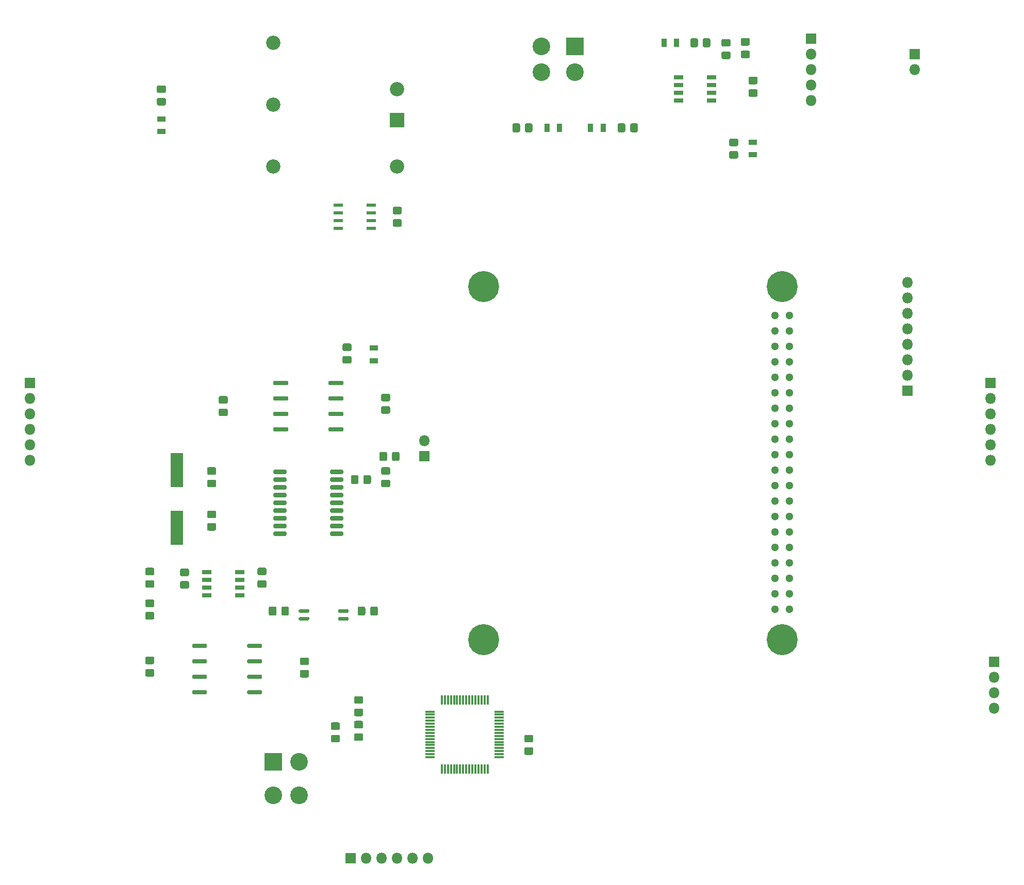
<source format=gbr>
%TF.GenerationSoftware,KiCad,Pcbnew,(5.1.6)-1*%
%TF.CreationDate,2021-02-09T18:52:38-05:00*%
%TF.ProjectId,Logic,4c6f6769-632e-46b6-9963-61645f706362,rev?*%
%TF.SameCoordinates,Original*%
%TF.FileFunction,Soldermask,Top*%
%TF.FilePolarity,Negative*%
%FSLAX46Y46*%
G04 Gerber Fmt 4.6, Leading zero omitted, Abs format (unit mm)*
G04 Created by KiCad (PCBNEW (5.1.6)-1) date 2021-02-09 18:52:38*
%MOMM*%
%LPD*%
G01*
G04 APERTURE LIST*
%ADD10R,1.570000X0.400000*%
%ADD11R,0.400000X1.570000*%
%ADD12C,1.300000*%
%ADD13C,5.100000*%
%ADD14R,1.649400X0.658800*%
%ADD15R,0.963600X1.344600*%
%ADD16R,1.344600X0.963600*%
%ADD17C,2.900000*%
%ADD18R,2.900000X2.900000*%
%ADD19R,1.800000X1.800000*%
%ADD20O,1.800000X1.800000*%
%ADD21R,2.350000X2.350000*%
%ADD22C,2.350000*%
%ADD23R,1.560500X0.633400*%
%ADD24R,1.560500X0.658800*%
%ADD25R,2.100000X5.600000*%
G04 APERTURE END LIST*
D10*
%TO.C,U3*%
X162250001Y-122560001D03*
X162250001Y-123060001D03*
X162250001Y-123560001D03*
X162250001Y-124060001D03*
X162250001Y-124560001D03*
X162250001Y-125060001D03*
X162250001Y-125560001D03*
X162250001Y-126060001D03*
X162250001Y-126560001D03*
X162250001Y-127060001D03*
X162250001Y-127560001D03*
X162250001Y-128060001D03*
X162250001Y-128560001D03*
X162250001Y-129060001D03*
X162250001Y-129560001D03*
X162250001Y-130060001D03*
D11*
X164170001Y-131980001D03*
X164670001Y-131980001D03*
X165170001Y-131980001D03*
X165670001Y-131980001D03*
X166170001Y-131980001D03*
X166670001Y-131980001D03*
X167170001Y-131980001D03*
X167670001Y-131980001D03*
X168170001Y-131980001D03*
X168670001Y-131980001D03*
X169170001Y-131980001D03*
X169670001Y-131980001D03*
X170170001Y-131980001D03*
X170670001Y-131980001D03*
X171170001Y-131980001D03*
X171670001Y-131980001D03*
D10*
X173590001Y-130060001D03*
X173590001Y-129560001D03*
X173590001Y-129060001D03*
X173590001Y-128560001D03*
X173590001Y-128060001D03*
X173590001Y-127560001D03*
X173590001Y-127060001D03*
X173590001Y-126560001D03*
X173590001Y-126060001D03*
X173590001Y-125560001D03*
X173590001Y-125060001D03*
X173590001Y-124560001D03*
X173590001Y-124060001D03*
X173590001Y-123560001D03*
X173590001Y-123060001D03*
X173590001Y-122560001D03*
D11*
X171670001Y-120640001D03*
X171170001Y-120640001D03*
X170670001Y-120640001D03*
X170170001Y-120640001D03*
X169670001Y-120640001D03*
X169170001Y-120640001D03*
X168670001Y-120640001D03*
X168170001Y-120640001D03*
X167670001Y-120640001D03*
X167170001Y-120640001D03*
X166670001Y-120640001D03*
X166170001Y-120640001D03*
X165670001Y-120640001D03*
X165170001Y-120640001D03*
X164670001Y-120640001D03*
X164170001Y-120640001D03*
%TD*%
D12*
%TO.C,U6*%
X221269200Y-67675200D03*
X221269200Y-77835200D03*
X218907200Y-82915200D03*
X218907200Y-57515200D03*
X218907200Y-60055200D03*
X221269200Y-72755200D03*
X221269200Y-70215200D03*
X218907200Y-77835200D03*
X221269200Y-80375200D03*
X218907200Y-80375200D03*
X221269200Y-82915200D03*
X221269200Y-57515200D03*
X218907200Y-70215200D03*
X218907200Y-62595200D03*
X221269200Y-85455200D03*
X218907200Y-72755200D03*
X221269200Y-60055200D03*
X221269200Y-65135200D03*
X218907200Y-65135200D03*
X221269200Y-75295200D03*
X218907200Y-67675200D03*
X221269200Y-62595200D03*
X218907200Y-75295200D03*
X218907200Y-93075200D03*
D13*
X171047200Y-110763200D03*
D12*
X221269200Y-105775200D03*
X221269200Y-103235200D03*
X218907200Y-105775200D03*
X218907200Y-90535200D03*
X218907200Y-95615200D03*
X221269200Y-90535200D03*
D13*
X171047200Y-52763200D03*
D12*
X218907200Y-85455200D03*
D13*
X220047200Y-52763200D03*
D12*
X221269200Y-100695200D03*
X218907200Y-98155200D03*
X221269200Y-95615200D03*
X221269200Y-98155200D03*
D13*
X220047200Y-110763200D03*
D12*
X221269200Y-93075200D03*
X218907200Y-103235200D03*
X218907200Y-100695200D03*
X218907200Y-87995200D03*
X221269200Y-87995200D03*
%TD*%
%TO.C,C1*%
G36*
G01*
X154461738Y-70350000D02*
X155418262Y-70350000D01*
G75*
G02*
X155690000Y-70621738I0J-271738D01*
G01*
X155690000Y-71328262D01*
G75*
G02*
X155418262Y-71600000I-271738J0D01*
G01*
X154461738Y-71600000D01*
G75*
G02*
X154190000Y-71328262I0J271738D01*
G01*
X154190000Y-70621738D01*
G75*
G02*
X154461738Y-70350000I271738J0D01*
G01*
G37*
G36*
G01*
X154461738Y-72400000D02*
X155418262Y-72400000D01*
G75*
G02*
X155690000Y-72671738I0J-271738D01*
G01*
X155690000Y-73378262D01*
G75*
G02*
X155418262Y-73650000I-271738J0D01*
G01*
X154461738Y-73650000D01*
G75*
G02*
X154190000Y-73378262I0J271738D01*
G01*
X154190000Y-72671738D01*
G75*
G02*
X154461738Y-72400000I271738J0D01*
G01*
G37*
%TD*%
%TO.C,C2*%
G36*
G01*
X146206738Y-126375000D02*
X147163262Y-126375000D01*
G75*
G02*
X147435000Y-126646738I0J-271738D01*
G01*
X147435000Y-127353262D01*
G75*
G02*
X147163262Y-127625000I-271738J0D01*
G01*
X146206738Y-127625000D01*
G75*
G02*
X145935000Y-127353262I0J271738D01*
G01*
X145935000Y-126646738D01*
G75*
G02*
X146206738Y-126375000I271738J0D01*
G01*
G37*
G36*
G01*
X146206738Y-124325000D02*
X147163262Y-124325000D01*
G75*
G02*
X147435000Y-124596738I0J-271738D01*
G01*
X147435000Y-125303262D01*
G75*
G02*
X147163262Y-125575000I-271738J0D01*
G01*
X146206738Y-125575000D01*
G75*
G02*
X145935000Y-125303262I0J271738D01*
G01*
X145935000Y-124596738D01*
G75*
G02*
X146206738Y-124325000I271738J0D01*
G01*
G37*
%TD*%
%TO.C,C9*%
G36*
G01*
X178913262Y-127625000D02*
X177956738Y-127625000D01*
G75*
G02*
X177685000Y-127353262I0J271738D01*
G01*
X177685000Y-126646738D01*
G75*
G02*
X177956738Y-126375000I271738J0D01*
G01*
X178913262Y-126375000D01*
G75*
G02*
X179185000Y-126646738I0J-271738D01*
G01*
X179185000Y-127353262D01*
G75*
G02*
X178913262Y-127625000I-271738J0D01*
G01*
G37*
G36*
G01*
X178913262Y-129675000D02*
X177956738Y-129675000D01*
G75*
G02*
X177685000Y-129403262I0J271738D01*
G01*
X177685000Y-128696738D01*
G75*
G02*
X177956738Y-128425000I271738J0D01*
G01*
X178913262Y-128425000D01*
G75*
G02*
X179185000Y-128696738I0J-271738D01*
G01*
X179185000Y-129403262D01*
G75*
G02*
X178913262Y-129675000I-271738J0D01*
G01*
G37*
%TD*%
%TO.C,C11*%
G36*
G01*
X115726738Y-113530000D02*
X116683262Y-113530000D01*
G75*
G02*
X116955000Y-113801738I0J-271738D01*
G01*
X116955000Y-114508262D01*
G75*
G02*
X116683262Y-114780000I-271738J0D01*
G01*
X115726738Y-114780000D01*
G75*
G02*
X115455000Y-114508262I0J271738D01*
G01*
X115455000Y-113801738D01*
G75*
G02*
X115726738Y-113530000I271738J0D01*
G01*
G37*
G36*
G01*
X115726738Y-115580000D02*
X116683262Y-115580000D01*
G75*
G02*
X116955000Y-115851738I0J-271738D01*
G01*
X116955000Y-116558262D01*
G75*
G02*
X116683262Y-116830000I-271738J0D01*
G01*
X115726738Y-116830000D01*
G75*
G02*
X115455000Y-116558262I0J271738D01*
G01*
X115455000Y-115851738D01*
G75*
G02*
X115726738Y-115580000I271738J0D01*
G01*
G37*
%TD*%
%TO.C,C12*%
G36*
G01*
X142083262Y-116975000D02*
X141126738Y-116975000D01*
G75*
G02*
X140855000Y-116703262I0J271738D01*
G01*
X140855000Y-115996738D01*
G75*
G02*
X141126738Y-115725000I271738J0D01*
G01*
X142083262Y-115725000D01*
G75*
G02*
X142355000Y-115996738I0J-271738D01*
G01*
X142355000Y-116703262D01*
G75*
G02*
X142083262Y-116975000I-271738J0D01*
G01*
G37*
G36*
G01*
X142083262Y-114925000D02*
X141126738Y-114925000D01*
G75*
G02*
X140855000Y-114653262I0J271738D01*
G01*
X140855000Y-113946738D01*
G75*
G02*
X141126738Y-113675000I271738J0D01*
G01*
X142083262Y-113675000D01*
G75*
G02*
X142355000Y-113946738I0J-271738D01*
G01*
X142355000Y-114653262D01*
G75*
G02*
X142083262Y-114925000I-271738J0D01*
G01*
G37*
%TD*%
%TO.C,C13*%
G36*
G01*
X157323262Y-42925000D02*
X156366738Y-42925000D01*
G75*
G02*
X156095000Y-42653262I0J271738D01*
G01*
X156095000Y-41946738D01*
G75*
G02*
X156366738Y-41675000I271738J0D01*
G01*
X157323262Y-41675000D01*
G75*
G02*
X157595000Y-41946738I0J-271738D01*
G01*
X157595000Y-42653262D01*
G75*
G02*
X157323262Y-42925000I-271738J0D01*
G01*
G37*
G36*
G01*
X157323262Y-40875000D02*
X156366738Y-40875000D01*
G75*
G02*
X156095000Y-40603262I0J271738D01*
G01*
X156095000Y-39896738D01*
G75*
G02*
X156366738Y-39625000I271738J0D01*
G01*
X157323262Y-39625000D01*
G75*
G02*
X157595000Y-39896738I0J-271738D01*
G01*
X157595000Y-40603262D01*
G75*
G02*
X157323262Y-40875000I-271738J0D01*
G01*
G37*
%TD*%
%TO.C,C14*%
G36*
G01*
X127791738Y-70740000D02*
X128748262Y-70740000D01*
G75*
G02*
X129020000Y-71011738I0J-271738D01*
G01*
X129020000Y-71718262D01*
G75*
G02*
X128748262Y-71990000I-271738J0D01*
G01*
X127791738Y-71990000D01*
G75*
G02*
X127520000Y-71718262I0J271738D01*
G01*
X127520000Y-71011738D01*
G75*
G02*
X127791738Y-70740000I271738J0D01*
G01*
G37*
G36*
G01*
X127791738Y-72790000D02*
X128748262Y-72790000D01*
G75*
G02*
X129020000Y-73061738I0J-271738D01*
G01*
X129020000Y-73768262D01*
G75*
G02*
X128748262Y-74040000I-271738J0D01*
G01*
X127791738Y-74040000D01*
G75*
G02*
X127520000Y-73768262I0J271738D01*
G01*
X127520000Y-73061738D01*
G75*
G02*
X127791738Y-72790000I271738J0D01*
G01*
G37*
%TD*%
%TO.C,C15*%
G36*
G01*
X154461738Y-82415000D02*
X155418262Y-82415000D01*
G75*
G02*
X155690000Y-82686738I0J-271738D01*
G01*
X155690000Y-83393262D01*
G75*
G02*
X155418262Y-83665000I-271738J0D01*
G01*
X154461738Y-83665000D01*
G75*
G02*
X154190000Y-83393262I0J271738D01*
G01*
X154190000Y-82686738D01*
G75*
G02*
X154461738Y-82415000I271738J0D01*
G01*
G37*
G36*
G01*
X154461738Y-84465000D02*
X155418262Y-84465000D01*
G75*
G02*
X155690000Y-84736738I0J-271738D01*
G01*
X155690000Y-85443262D01*
G75*
G02*
X155418262Y-85715000I-271738J0D01*
G01*
X154461738Y-85715000D01*
G75*
G02*
X154190000Y-85443262I0J271738D01*
G01*
X154190000Y-84736738D01*
G75*
G02*
X154461738Y-84465000I271738J0D01*
G01*
G37*
%TD*%
%TO.C,C16*%
G36*
G01*
X126843262Y-83665000D02*
X125886738Y-83665000D01*
G75*
G02*
X125615000Y-83393262I0J271738D01*
G01*
X125615000Y-82686738D01*
G75*
G02*
X125886738Y-82415000I271738J0D01*
G01*
X126843262Y-82415000D01*
G75*
G02*
X127115000Y-82686738I0J-271738D01*
G01*
X127115000Y-83393262D01*
G75*
G02*
X126843262Y-83665000I-271738J0D01*
G01*
G37*
G36*
G01*
X126843262Y-85715000D02*
X125886738Y-85715000D01*
G75*
G02*
X125615000Y-85443262I0J271738D01*
G01*
X125615000Y-84736738D01*
G75*
G02*
X125886738Y-84465000I271738J0D01*
G01*
X126843262Y-84465000D01*
G75*
G02*
X127115000Y-84736738I0J-271738D01*
G01*
X127115000Y-85443262D01*
G75*
G02*
X126843262Y-85715000I-271738J0D01*
G01*
G37*
%TD*%
%TO.C,C17*%
G36*
G01*
X125886738Y-89545000D02*
X126843262Y-89545000D01*
G75*
G02*
X127115000Y-89816738I0J-271738D01*
G01*
X127115000Y-90523262D01*
G75*
G02*
X126843262Y-90795000I-271738J0D01*
G01*
X125886738Y-90795000D01*
G75*
G02*
X125615000Y-90523262I0J271738D01*
G01*
X125615000Y-89816738D01*
G75*
G02*
X125886738Y-89545000I271738J0D01*
G01*
G37*
G36*
G01*
X125886738Y-91595000D02*
X126843262Y-91595000D01*
G75*
G02*
X127115000Y-91866738I0J-271738D01*
G01*
X127115000Y-92573262D01*
G75*
G02*
X126843262Y-92845000I-271738J0D01*
G01*
X125886738Y-92845000D01*
G75*
G02*
X125615000Y-92573262I0J271738D01*
G01*
X125615000Y-91866738D01*
G75*
G02*
X125886738Y-91595000I271738J0D01*
G01*
G37*
%TD*%
%TO.C,C18*%
G36*
G01*
X214786738Y-20330000D02*
X215743262Y-20330000D01*
G75*
G02*
X216015000Y-20601738I0J-271738D01*
G01*
X216015000Y-21308262D01*
G75*
G02*
X215743262Y-21580000I-271738J0D01*
G01*
X214786738Y-21580000D01*
G75*
G02*
X214515000Y-21308262I0J271738D01*
G01*
X214515000Y-20601738D01*
G75*
G02*
X214786738Y-20330000I271738J0D01*
G01*
G37*
G36*
G01*
X214786738Y-18280000D02*
X215743262Y-18280000D01*
G75*
G02*
X216015000Y-18551738I0J-271738D01*
G01*
X216015000Y-19258262D01*
G75*
G02*
X215743262Y-19530000I-271738J0D01*
G01*
X214786738Y-19530000D01*
G75*
G02*
X214515000Y-19258262I0J271738D01*
G01*
X214515000Y-18551738D01*
G75*
G02*
X214786738Y-18280000I271738J0D01*
G01*
G37*
%TD*%
%TO.C,C19*%
G36*
G01*
X122398262Y-102370000D02*
X121441738Y-102370000D01*
G75*
G02*
X121170000Y-102098262I0J271738D01*
G01*
X121170000Y-101391738D01*
G75*
G02*
X121441738Y-101120000I271738J0D01*
G01*
X122398262Y-101120000D01*
G75*
G02*
X122670000Y-101391738I0J-271738D01*
G01*
X122670000Y-102098262D01*
G75*
G02*
X122398262Y-102370000I-271738J0D01*
G01*
G37*
G36*
G01*
X122398262Y-100320000D02*
X121441738Y-100320000D01*
G75*
G02*
X121170000Y-100048262I0J271738D01*
G01*
X121170000Y-99341738D01*
G75*
G02*
X121441738Y-99070000I271738J0D01*
G01*
X122398262Y-99070000D01*
G75*
G02*
X122670000Y-99341738I0J-271738D01*
G01*
X122670000Y-100048262D01*
G75*
G02*
X122398262Y-100320000I-271738J0D01*
G01*
G37*
%TD*%
%TO.C,C20*%
G36*
G01*
X134141738Y-98925000D02*
X135098262Y-98925000D01*
G75*
G02*
X135370000Y-99196738I0J-271738D01*
G01*
X135370000Y-99903262D01*
G75*
G02*
X135098262Y-100175000I-271738J0D01*
G01*
X134141738Y-100175000D01*
G75*
G02*
X133870000Y-99903262I0J271738D01*
G01*
X133870000Y-99196738D01*
G75*
G02*
X134141738Y-98925000I271738J0D01*
G01*
G37*
G36*
G01*
X134141738Y-100975000D02*
X135098262Y-100975000D01*
G75*
G02*
X135370000Y-101246738I0J-271738D01*
G01*
X135370000Y-101953262D01*
G75*
G02*
X135098262Y-102225000I-271738J0D01*
G01*
X134141738Y-102225000D01*
G75*
G02*
X133870000Y-101953262I0J271738D01*
G01*
X133870000Y-101246738D01*
G75*
G02*
X134141738Y-100975000I271738J0D01*
G01*
G37*
%TD*%
D14*
%TO.C,CR1*%
X125590300Y-99695000D03*
X125590300Y-100965000D03*
X125590300Y-102235000D03*
X125590300Y-103505000D03*
X130949700Y-103505000D03*
X130949700Y-102235000D03*
X130949700Y-100965000D03*
X130949700Y-99695000D03*
%TD*%
D15*
%TO.C,D1*%
X202717400Y-12700000D03*
X200660000Y-12700000D03*
%TD*%
D16*
%TO.C,D2*%
X215265000Y-31115000D03*
X215265000Y-29057600D03*
%TD*%
D15*
%TO.C,D3*%
X183515000Y-26670000D03*
X181457600Y-26670000D03*
%TD*%
%TO.C,D4*%
X190652400Y-26670000D03*
X188595000Y-26670000D03*
%TD*%
D16*
%TO.C,D5*%
X153035000Y-62865000D03*
X153035000Y-64922400D03*
%TD*%
%TO.C,D6*%
X118110000Y-27305000D03*
X118110000Y-25247600D03*
%TD*%
D17*
%TO.C,J1*%
X140725000Y-136310000D03*
X136525000Y-136310000D03*
X140725000Y-130810000D03*
D18*
X136525000Y-130810000D03*
%TD*%
D19*
%TO.C,J4*%
X254850000Y-114350000D03*
D20*
X254850000Y-116890000D03*
X254850000Y-119430000D03*
X254850000Y-121970000D03*
%TD*%
D19*
%TO.C,J5.1*%
X96520000Y-68580000D03*
D20*
X96520000Y-71120000D03*
X96520000Y-73660000D03*
X96520000Y-76200000D03*
X96520000Y-78740000D03*
X96520000Y-81280000D03*
%TD*%
%TO.C,J5.2*%
X254259080Y-81280000D03*
X254259080Y-78740000D03*
X254259080Y-76200000D03*
X254259080Y-73660000D03*
X254259080Y-71120000D03*
D19*
X254259080Y-68580000D03*
%TD*%
%TO.C,J6*%
X240665000Y-69850000D03*
D20*
X240665000Y-67310000D03*
X240665000Y-64770000D03*
X240665000Y-62230000D03*
X240665000Y-59690000D03*
X240665000Y-57150000D03*
X240665000Y-54610000D03*
X240665000Y-52070000D03*
%TD*%
D18*
%TO.C,J7*%
X186055000Y-13335000D03*
D17*
X186055000Y-17535000D03*
X180555000Y-13335000D03*
X180555000Y-17535000D03*
%TD*%
D19*
%TO.C,J8*%
X149225000Y-146685000D03*
D20*
X151765000Y-146685000D03*
X154305000Y-146685000D03*
X156845000Y-146685000D03*
X159385000Y-146685000D03*
X161925000Y-146685000D03*
%TD*%
D19*
%TO.C,J9*%
X161290000Y-80645000D03*
D20*
X161290000Y-78105000D03*
%TD*%
%TO.C,U2*%
G36*
G01*
X145540000Y-68767500D02*
X145540000Y-68392500D01*
G75*
G02*
X145727500Y-68205000I187500J0D01*
G01*
X147802500Y-68205000D01*
G75*
G02*
X147990000Y-68392500I0J-187500D01*
G01*
X147990000Y-68767500D01*
G75*
G02*
X147802500Y-68955000I-187500J0D01*
G01*
X145727500Y-68955000D01*
G75*
G02*
X145540000Y-68767500I0J187500D01*
G01*
G37*
G36*
G01*
X145540000Y-71307500D02*
X145540000Y-70932500D01*
G75*
G02*
X145727500Y-70745000I187500J0D01*
G01*
X147802500Y-70745000D01*
G75*
G02*
X147990000Y-70932500I0J-187500D01*
G01*
X147990000Y-71307500D01*
G75*
G02*
X147802500Y-71495000I-187500J0D01*
G01*
X145727500Y-71495000D01*
G75*
G02*
X145540000Y-71307500I0J187500D01*
G01*
G37*
G36*
G01*
X145540000Y-73847500D02*
X145540000Y-73472500D01*
G75*
G02*
X145727500Y-73285000I187500J0D01*
G01*
X147802500Y-73285000D01*
G75*
G02*
X147990000Y-73472500I0J-187500D01*
G01*
X147990000Y-73847500D01*
G75*
G02*
X147802500Y-74035000I-187500J0D01*
G01*
X145727500Y-74035000D01*
G75*
G02*
X145540000Y-73847500I0J187500D01*
G01*
G37*
G36*
G01*
X145540000Y-76387500D02*
X145540000Y-76012500D01*
G75*
G02*
X145727500Y-75825000I187500J0D01*
G01*
X147802500Y-75825000D01*
G75*
G02*
X147990000Y-76012500I0J-187500D01*
G01*
X147990000Y-76387500D01*
G75*
G02*
X147802500Y-76575000I-187500J0D01*
G01*
X145727500Y-76575000D01*
G75*
G02*
X145540000Y-76387500I0J187500D01*
G01*
G37*
G36*
G01*
X136490000Y-76387500D02*
X136490000Y-76012500D01*
G75*
G02*
X136677500Y-75825000I187500J0D01*
G01*
X138752500Y-75825000D01*
G75*
G02*
X138940000Y-76012500I0J-187500D01*
G01*
X138940000Y-76387500D01*
G75*
G02*
X138752500Y-76575000I-187500J0D01*
G01*
X136677500Y-76575000D01*
G75*
G02*
X136490000Y-76387500I0J187500D01*
G01*
G37*
G36*
G01*
X136490000Y-73847500D02*
X136490000Y-73472500D01*
G75*
G02*
X136677500Y-73285000I187500J0D01*
G01*
X138752500Y-73285000D01*
G75*
G02*
X138940000Y-73472500I0J-187500D01*
G01*
X138940000Y-73847500D01*
G75*
G02*
X138752500Y-74035000I-187500J0D01*
G01*
X136677500Y-74035000D01*
G75*
G02*
X136490000Y-73847500I0J187500D01*
G01*
G37*
G36*
G01*
X136490000Y-71307500D02*
X136490000Y-70932500D01*
G75*
G02*
X136677500Y-70745000I187500J0D01*
G01*
X138752500Y-70745000D01*
G75*
G02*
X138940000Y-70932500I0J-187500D01*
G01*
X138940000Y-71307500D01*
G75*
G02*
X138752500Y-71495000I-187500J0D01*
G01*
X136677500Y-71495000D01*
G75*
G02*
X136490000Y-71307500I0J187500D01*
G01*
G37*
G36*
G01*
X136490000Y-68767500D02*
X136490000Y-68392500D01*
G75*
G02*
X136677500Y-68205000I187500J0D01*
G01*
X138752500Y-68205000D01*
G75*
G02*
X138940000Y-68392500I0J-187500D01*
G01*
X138940000Y-68767500D01*
G75*
G02*
X138752500Y-68955000I-187500J0D01*
G01*
X136677500Y-68955000D01*
G75*
G02*
X136490000Y-68767500I0J187500D01*
G01*
G37*
%TD*%
D21*
%TO.C,U4*%
X156845000Y-25400000D03*
D22*
X156845000Y-20320000D03*
X136525000Y-12700000D03*
X136525000Y-33020000D03*
X156845000Y-33020000D03*
X136525000Y-22860000D03*
%TD*%
%TO.C,U5*%
G36*
G01*
X123155000Y-111947500D02*
X123155000Y-111572500D01*
G75*
G02*
X123342500Y-111385000I187500J0D01*
G01*
X125417500Y-111385000D01*
G75*
G02*
X125605000Y-111572500I0J-187500D01*
G01*
X125605000Y-111947500D01*
G75*
G02*
X125417500Y-112135000I-187500J0D01*
G01*
X123342500Y-112135000D01*
G75*
G02*
X123155000Y-111947500I0J187500D01*
G01*
G37*
G36*
G01*
X123155000Y-114487500D02*
X123155000Y-114112500D01*
G75*
G02*
X123342500Y-113925000I187500J0D01*
G01*
X125417500Y-113925000D01*
G75*
G02*
X125605000Y-114112500I0J-187500D01*
G01*
X125605000Y-114487500D01*
G75*
G02*
X125417500Y-114675000I-187500J0D01*
G01*
X123342500Y-114675000D01*
G75*
G02*
X123155000Y-114487500I0J187500D01*
G01*
G37*
G36*
G01*
X123155000Y-117027500D02*
X123155000Y-116652500D01*
G75*
G02*
X123342500Y-116465000I187500J0D01*
G01*
X125417500Y-116465000D01*
G75*
G02*
X125605000Y-116652500I0J-187500D01*
G01*
X125605000Y-117027500D01*
G75*
G02*
X125417500Y-117215000I-187500J0D01*
G01*
X123342500Y-117215000D01*
G75*
G02*
X123155000Y-117027500I0J187500D01*
G01*
G37*
G36*
G01*
X123155000Y-119567500D02*
X123155000Y-119192500D01*
G75*
G02*
X123342500Y-119005000I187500J0D01*
G01*
X125417500Y-119005000D01*
G75*
G02*
X125605000Y-119192500I0J-187500D01*
G01*
X125605000Y-119567500D01*
G75*
G02*
X125417500Y-119755000I-187500J0D01*
G01*
X123342500Y-119755000D01*
G75*
G02*
X123155000Y-119567500I0J187500D01*
G01*
G37*
G36*
G01*
X132205000Y-119567500D02*
X132205000Y-119192500D01*
G75*
G02*
X132392500Y-119005000I187500J0D01*
G01*
X134467500Y-119005000D01*
G75*
G02*
X134655000Y-119192500I0J-187500D01*
G01*
X134655000Y-119567500D01*
G75*
G02*
X134467500Y-119755000I-187500J0D01*
G01*
X132392500Y-119755000D01*
G75*
G02*
X132205000Y-119567500I0J187500D01*
G01*
G37*
G36*
G01*
X132205000Y-117027500D02*
X132205000Y-116652500D01*
G75*
G02*
X132392500Y-116465000I187500J0D01*
G01*
X134467500Y-116465000D01*
G75*
G02*
X134655000Y-116652500I0J-187500D01*
G01*
X134655000Y-117027500D01*
G75*
G02*
X134467500Y-117215000I-187500J0D01*
G01*
X132392500Y-117215000D01*
G75*
G02*
X132205000Y-117027500I0J187500D01*
G01*
G37*
G36*
G01*
X132205000Y-114487500D02*
X132205000Y-114112500D01*
G75*
G02*
X132392500Y-113925000I187500J0D01*
G01*
X134467500Y-113925000D01*
G75*
G02*
X134655000Y-114112500I0J-187500D01*
G01*
X134655000Y-114487500D01*
G75*
G02*
X134467500Y-114675000I-187500J0D01*
G01*
X132392500Y-114675000D01*
G75*
G02*
X132205000Y-114487500I0J187500D01*
G01*
G37*
G36*
G01*
X132205000Y-111947500D02*
X132205000Y-111572500D01*
G75*
G02*
X132392500Y-111385000I187500J0D01*
G01*
X134467500Y-111385000D01*
G75*
G02*
X134655000Y-111572500I0J-187500D01*
G01*
X134655000Y-111947500D01*
G75*
G02*
X134467500Y-112135000I-187500J0D01*
G01*
X132392500Y-112135000D01*
G75*
G02*
X132205000Y-111947500I0J187500D01*
G01*
G37*
%TD*%
D23*
%TO.C,U7*%
X152584150Y-43180000D03*
X152584150Y-41910000D03*
X152584150Y-40640000D03*
X152584150Y-39370000D03*
X147135850Y-39370000D03*
X147135850Y-40640000D03*
X147135850Y-41910000D03*
X147135850Y-43180000D03*
%TD*%
%TO.C,U8*%
G36*
G01*
X136515000Y-83360000D02*
X136515000Y-83010000D01*
G75*
G02*
X136690000Y-82835000I175000J0D01*
G01*
X138490000Y-82835000D01*
G75*
G02*
X138665000Y-83010000I0J-175000D01*
G01*
X138665000Y-83360000D01*
G75*
G02*
X138490000Y-83535000I-175000J0D01*
G01*
X136690000Y-83535000D01*
G75*
G02*
X136515000Y-83360000I0J175000D01*
G01*
G37*
G36*
G01*
X136515000Y-84630000D02*
X136515000Y-84280000D01*
G75*
G02*
X136690000Y-84105000I175000J0D01*
G01*
X138490000Y-84105000D01*
G75*
G02*
X138665000Y-84280000I0J-175000D01*
G01*
X138665000Y-84630000D01*
G75*
G02*
X138490000Y-84805000I-175000J0D01*
G01*
X136690000Y-84805000D01*
G75*
G02*
X136515000Y-84630000I0J175000D01*
G01*
G37*
G36*
G01*
X136515000Y-85900000D02*
X136515000Y-85550000D01*
G75*
G02*
X136690000Y-85375000I175000J0D01*
G01*
X138490000Y-85375000D01*
G75*
G02*
X138665000Y-85550000I0J-175000D01*
G01*
X138665000Y-85900000D01*
G75*
G02*
X138490000Y-86075000I-175000J0D01*
G01*
X136690000Y-86075000D01*
G75*
G02*
X136515000Y-85900000I0J175000D01*
G01*
G37*
G36*
G01*
X136515000Y-87170000D02*
X136515000Y-86820000D01*
G75*
G02*
X136690000Y-86645000I175000J0D01*
G01*
X138490000Y-86645000D01*
G75*
G02*
X138665000Y-86820000I0J-175000D01*
G01*
X138665000Y-87170000D01*
G75*
G02*
X138490000Y-87345000I-175000J0D01*
G01*
X136690000Y-87345000D01*
G75*
G02*
X136515000Y-87170000I0J175000D01*
G01*
G37*
G36*
G01*
X136515000Y-88440000D02*
X136515000Y-88090000D01*
G75*
G02*
X136690000Y-87915000I175000J0D01*
G01*
X138490000Y-87915000D01*
G75*
G02*
X138665000Y-88090000I0J-175000D01*
G01*
X138665000Y-88440000D01*
G75*
G02*
X138490000Y-88615000I-175000J0D01*
G01*
X136690000Y-88615000D01*
G75*
G02*
X136515000Y-88440000I0J175000D01*
G01*
G37*
G36*
G01*
X136515000Y-89710000D02*
X136515000Y-89360000D01*
G75*
G02*
X136690000Y-89185000I175000J0D01*
G01*
X138490000Y-89185000D01*
G75*
G02*
X138665000Y-89360000I0J-175000D01*
G01*
X138665000Y-89710000D01*
G75*
G02*
X138490000Y-89885000I-175000J0D01*
G01*
X136690000Y-89885000D01*
G75*
G02*
X136515000Y-89710000I0J175000D01*
G01*
G37*
G36*
G01*
X136515000Y-90980000D02*
X136515000Y-90630000D01*
G75*
G02*
X136690000Y-90455000I175000J0D01*
G01*
X138490000Y-90455000D01*
G75*
G02*
X138665000Y-90630000I0J-175000D01*
G01*
X138665000Y-90980000D01*
G75*
G02*
X138490000Y-91155000I-175000J0D01*
G01*
X136690000Y-91155000D01*
G75*
G02*
X136515000Y-90980000I0J175000D01*
G01*
G37*
G36*
G01*
X136515000Y-92250000D02*
X136515000Y-91900000D01*
G75*
G02*
X136690000Y-91725000I175000J0D01*
G01*
X138490000Y-91725000D01*
G75*
G02*
X138665000Y-91900000I0J-175000D01*
G01*
X138665000Y-92250000D01*
G75*
G02*
X138490000Y-92425000I-175000J0D01*
G01*
X136690000Y-92425000D01*
G75*
G02*
X136515000Y-92250000I0J175000D01*
G01*
G37*
G36*
G01*
X136515000Y-93520000D02*
X136515000Y-93170000D01*
G75*
G02*
X136690000Y-92995000I175000J0D01*
G01*
X138490000Y-92995000D01*
G75*
G02*
X138665000Y-93170000I0J-175000D01*
G01*
X138665000Y-93520000D01*
G75*
G02*
X138490000Y-93695000I-175000J0D01*
G01*
X136690000Y-93695000D01*
G75*
G02*
X136515000Y-93520000I0J175000D01*
G01*
G37*
G36*
G01*
X145815000Y-93520000D02*
X145815000Y-93170000D01*
G75*
G02*
X145990000Y-92995000I175000J0D01*
G01*
X147790000Y-92995000D01*
G75*
G02*
X147965000Y-93170000I0J-175000D01*
G01*
X147965000Y-93520000D01*
G75*
G02*
X147790000Y-93695000I-175000J0D01*
G01*
X145990000Y-93695000D01*
G75*
G02*
X145815000Y-93520000I0J175000D01*
G01*
G37*
G36*
G01*
X145815000Y-92250000D02*
X145815000Y-91900000D01*
G75*
G02*
X145990000Y-91725000I175000J0D01*
G01*
X147790000Y-91725000D01*
G75*
G02*
X147965000Y-91900000I0J-175000D01*
G01*
X147965000Y-92250000D01*
G75*
G02*
X147790000Y-92425000I-175000J0D01*
G01*
X145990000Y-92425000D01*
G75*
G02*
X145815000Y-92250000I0J175000D01*
G01*
G37*
G36*
G01*
X145815000Y-90980000D02*
X145815000Y-90630000D01*
G75*
G02*
X145990000Y-90455000I175000J0D01*
G01*
X147790000Y-90455000D01*
G75*
G02*
X147965000Y-90630000I0J-175000D01*
G01*
X147965000Y-90980000D01*
G75*
G02*
X147790000Y-91155000I-175000J0D01*
G01*
X145990000Y-91155000D01*
G75*
G02*
X145815000Y-90980000I0J175000D01*
G01*
G37*
G36*
G01*
X145815000Y-89710000D02*
X145815000Y-89360000D01*
G75*
G02*
X145990000Y-89185000I175000J0D01*
G01*
X147790000Y-89185000D01*
G75*
G02*
X147965000Y-89360000I0J-175000D01*
G01*
X147965000Y-89710000D01*
G75*
G02*
X147790000Y-89885000I-175000J0D01*
G01*
X145990000Y-89885000D01*
G75*
G02*
X145815000Y-89710000I0J175000D01*
G01*
G37*
G36*
G01*
X145815000Y-88440000D02*
X145815000Y-88090000D01*
G75*
G02*
X145990000Y-87915000I175000J0D01*
G01*
X147790000Y-87915000D01*
G75*
G02*
X147965000Y-88090000I0J-175000D01*
G01*
X147965000Y-88440000D01*
G75*
G02*
X147790000Y-88615000I-175000J0D01*
G01*
X145990000Y-88615000D01*
G75*
G02*
X145815000Y-88440000I0J175000D01*
G01*
G37*
G36*
G01*
X145815000Y-87170000D02*
X145815000Y-86820000D01*
G75*
G02*
X145990000Y-86645000I175000J0D01*
G01*
X147790000Y-86645000D01*
G75*
G02*
X147965000Y-86820000I0J-175000D01*
G01*
X147965000Y-87170000D01*
G75*
G02*
X147790000Y-87345000I-175000J0D01*
G01*
X145990000Y-87345000D01*
G75*
G02*
X145815000Y-87170000I0J175000D01*
G01*
G37*
G36*
G01*
X145815000Y-85900000D02*
X145815000Y-85550000D01*
G75*
G02*
X145990000Y-85375000I175000J0D01*
G01*
X147790000Y-85375000D01*
G75*
G02*
X147965000Y-85550000I0J-175000D01*
G01*
X147965000Y-85900000D01*
G75*
G02*
X147790000Y-86075000I-175000J0D01*
G01*
X145990000Y-86075000D01*
G75*
G02*
X145815000Y-85900000I0J175000D01*
G01*
G37*
G36*
G01*
X145815000Y-84630000D02*
X145815000Y-84280000D01*
G75*
G02*
X145990000Y-84105000I175000J0D01*
G01*
X147790000Y-84105000D01*
G75*
G02*
X147965000Y-84280000I0J-175000D01*
G01*
X147965000Y-84630000D01*
G75*
G02*
X147790000Y-84805000I-175000J0D01*
G01*
X145990000Y-84805000D01*
G75*
G02*
X145815000Y-84630000I0J175000D01*
G01*
G37*
G36*
G01*
X145815000Y-83360000D02*
X145815000Y-83010000D01*
G75*
G02*
X145990000Y-82835000I175000J0D01*
G01*
X147790000Y-82835000D01*
G75*
G02*
X147965000Y-83010000I0J-175000D01*
G01*
X147965000Y-83360000D01*
G75*
G02*
X147790000Y-83535000I-175000J0D01*
G01*
X145990000Y-83535000D01*
G75*
G02*
X145815000Y-83360000I0J175000D01*
G01*
G37*
%TD*%
D24*
%TO.C,U9*%
X203015850Y-18415000D03*
X203015850Y-19685000D03*
X203015850Y-20955000D03*
X203015850Y-22225000D03*
X208464150Y-22225000D03*
X208464150Y-20955000D03*
X208464150Y-19685000D03*
X208464150Y-18415000D03*
%TD*%
%TO.C,U10*%
G36*
G01*
X140680000Y-106207500D02*
X140680000Y-105882500D01*
G75*
G02*
X140842500Y-105720000I162500J0D01*
G01*
X142217500Y-105720000D01*
G75*
G02*
X142380000Y-105882500I0J-162500D01*
G01*
X142380000Y-106207500D01*
G75*
G02*
X142217500Y-106370000I-162500J0D01*
G01*
X140842500Y-106370000D01*
G75*
G02*
X140680000Y-106207500I0J162500D01*
G01*
G37*
G36*
G01*
X140680000Y-107477500D02*
X140680000Y-107152500D01*
G75*
G02*
X140842500Y-106990000I162500J0D01*
G01*
X142217500Y-106990000D01*
G75*
G02*
X142380000Y-107152500I0J-162500D01*
G01*
X142380000Y-107477500D01*
G75*
G02*
X142217500Y-107640000I-162500J0D01*
G01*
X140842500Y-107640000D01*
G75*
G02*
X140680000Y-107477500I0J162500D01*
G01*
G37*
G36*
G01*
X147180000Y-107477500D02*
X147180000Y-107152500D01*
G75*
G02*
X147342500Y-106990000I162500J0D01*
G01*
X148717500Y-106990000D01*
G75*
G02*
X148880000Y-107152500I0J-162500D01*
G01*
X148880000Y-107477500D01*
G75*
G02*
X148717500Y-107640000I-162500J0D01*
G01*
X147342500Y-107640000D01*
G75*
G02*
X147180000Y-107477500I0J162500D01*
G01*
G37*
G36*
G01*
X147180000Y-106207500D02*
X147180000Y-105882500D01*
G75*
G02*
X147342500Y-105720000I162500J0D01*
G01*
X148717500Y-105720000D01*
G75*
G02*
X148880000Y-105882500I0J-162500D01*
G01*
X148880000Y-106207500D01*
G75*
G02*
X148717500Y-106370000I-162500J0D01*
G01*
X147342500Y-106370000D01*
G75*
G02*
X147180000Y-106207500I0J162500D01*
G01*
G37*
%TD*%
D25*
%TO.C,Y1*%
X120650000Y-82880000D03*
X120650000Y-92380000D03*
%TD*%
%TO.C,R1*%
G36*
G01*
X211298262Y-13325000D02*
X210341738Y-13325000D01*
G75*
G02*
X210070000Y-13053262I0J271738D01*
G01*
X210070000Y-12346738D01*
G75*
G02*
X210341738Y-12075000I271738J0D01*
G01*
X211298262Y-12075000D01*
G75*
G02*
X211570000Y-12346738I0J-271738D01*
G01*
X211570000Y-13053262D01*
G75*
G02*
X211298262Y-13325000I-271738J0D01*
G01*
G37*
G36*
G01*
X211298262Y-15375000D02*
X210341738Y-15375000D01*
G75*
G02*
X210070000Y-15103262I0J271738D01*
G01*
X210070000Y-14396738D01*
G75*
G02*
X210341738Y-14125000I271738J0D01*
G01*
X211298262Y-14125000D01*
G75*
G02*
X211570000Y-14396738I0J-271738D01*
G01*
X211570000Y-15103262D01*
G75*
G02*
X211298262Y-15375000I-271738J0D01*
G01*
G37*
%TD*%
%TO.C,R2*%
G36*
G01*
X214473262Y-15230000D02*
X213516738Y-15230000D01*
G75*
G02*
X213245000Y-14958262I0J271738D01*
G01*
X213245000Y-14251738D01*
G75*
G02*
X213516738Y-13980000I271738J0D01*
G01*
X214473262Y-13980000D01*
G75*
G02*
X214745000Y-14251738I0J-271738D01*
G01*
X214745000Y-14958262D01*
G75*
G02*
X214473262Y-15230000I-271738J0D01*
G01*
G37*
G36*
G01*
X214473262Y-13180000D02*
X213516738Y-13180000D01*
G75*
G02*
X213245000Y-12908262I0J271738D01*
G01*
X213245000Y-12201738D01*
G75*
G02*
X213516738Y-11930000I271738J0D01*
G01*
X214473262Y-11930000D01*
G75*
G02*
X214745000Y-12201738I0J-271738D01*
G01*
X214745000Y-12908262D01*
G75*
G02*
X214473262Y-13180000I-271738J0D01*
G01*
G37*
%TD*%
%TO.C,R3*%
G36*
G01*
X150973262Y-121275000D02*
X150016738Y-121275000D01*
G75*
G02*
X149745000Y-121003262I0J271738D01*
G01*
X149745000Y-120296738D01*
G75*
G02*
X150016738Y-120025000I271738J0D01*
G01*
X150973262Y-120025000D01*
G75*
G02*
X151245000Y-120296738I0J-271738D01*
G01*
X151245000Y-121003262D01*
G75*
G02*
X150973262Y-121275000I-271738J0D01*
G01*
G37*
G36*
G01*
X150973262Y-123325000D02*
X150016738Y-123325000D01*
G75*
G02*
X149745000Y-123053262I0J271738D01*
G01*
X149745000Y-122346738D01*
G75*
G02*
X150016738Y-122075000I271738J0D01*
G01*
X150973262Y-122075000D01*
G75*
G02*
X151245000Y-122346738I0J-271738D01*
G01*
X151245000Y-123053262D01*
G75*
G02*
X150973262Y-123325000I-271738J0D01*
G01*
G37*
%TD*%
%TO.C,R4*%
G36*
G01*
X150973262Y-125330000D02*
X150016738Y-125330000D01*
G75*
G02*
X149745000Y-125058262I0J271738D01*
G01*
X149745000Y-124351738D01*
G75*
G02*
X150016738Y-124080000I271738J0D01*
G01*
X150973262Y-124080000D01*
G75*
G02*
X151245000Y-124351738I0J-271738D01*
G01*
X151245000Y-125058262D01*
G75*
G02*
X150973262Y-125330000I-271738J0D01*
G01*
G37*
G36*
G01*
X150973262Y-127380000D02*
X150016738Y-127380000D01*
G75*
G02*
X149745000Y-127108262I0J271738D01*
G01*
X149745000Y-126401738D01*
G75*
G02*
X150016738Y-126130000I271738J0D01*
G01*
X150973262Y-126130000D01*
G75*
G02*
X151245000Y-126401738I0J-271738D01*
G01*
X151245000Y-127108262D01*
G75*
G02*
X150973262Y-127380000I-271738J0D01*
G01*
G37*
%TD*%
%TO.C,R5*%
G36*
G01*
X206220000Y-12221738D02*
X206220000Y-13178262D01*
G75*
G02*
X205948262Y-13450000I-271738J0D01*
G01*
X205241738Y-13450000D01*
G75*
G02*
X204970000Y-13178262I0J271738D01*
G01*
X204970000Y-12221738D01*
G75*
G02*
X205241738Y-11950000I271738J0D01*
G01*
X205948262Y-11950000D01*
G75*
G02*
X206220000Y-12221738I0J-271738D01*
G01*
G37*
G36*
G01*
X208270000Y-12221738D02*
X208270000Y-13178262D01*
G75*
G02*
X207998262Y-13450000I-271738J0D01*
G01*
X207291738Y-13450000D01*
G75*
G02*
X207020000Y-13178262I0J271738D01*
G01*
X207020000Y-12221738D01*
G75*
G02*
X207291738Y-11950000I271738J0D01*
G01*
X207998262Y-11950000D01*
G75*
G02*
X208270000Y-12221738I0J-271738D01*
G01*
G37*
%TD*%
%TO.C,R6*%
G36*
G01*
X211611738Y-28440000D02*
X212568262Y-28440000D01*
G75*
G02*
X212840000Y-28711738I0J-271738D01*
G01*
X212840000Y-29418262D01*
G75*
G02*
X212568262Y-29690000I-271738J0D01*
G01*
X211611738Y-29690000D01*
G75*
G02*
X211340000Y-29418262I0J271738D01*
G01*
X211340000Y-28711738D01*
G75*
G02*
X211611738Y-28440000I271738J0D01*
G01*
G37*
G36*
G01*
X211611738Y-30490000D02*
X212568262Y-30490000D01*
G75*
G02*
X212840000Y-30761738I0J-271738D01*
G01*
X212840000Y-31468262D01*
G75*
G02*
X212568262Y-31740000I-271738J0D01*
G01*
X211611738Y-31740000D01*
G75*
G02*
X211340000Y-31468262I0J271738D01*
G01*
X211340000Y-30761738D01*
G75*
G02*
X211611738Y-30490000I271738J0D01*
G01*
G37*
%TD*%
%TO.C,R7*%
G36*
G01*
X157225000Y-80166738D02*
X157225000Y-81123262D01*
G75*
G02*
X156953262Y-81395000I-271738J0D01*
G01*
X156246738Y-81395000D01*
G75*
G02*
X155975000Y-81123262I0J271738D01*
G01*
X155975000Y-80166738D01*
G75*
G02*
X156246738Y-79895000I271738J0D01*
G01*
X156953262Y-79895000D01*
G75*
G02*
X157225000Y-80166738I0J-271738D01*
G01*
G37*
G36*
G01*
X155175000Y-80166738D02*
X155175000Y-81123262D01*
G75*
G02*
X154903262Y-81395000I-271738J0D01*
G01*
X154196738Y-81395000D01*
G75*
G02*
X153925000Y-81123262I0J271738D01*
G01*
X153925000Y-80166738D01*
G75*
G02*
X154196738Y-79895000I271738J0D01*
G01*
X154903262Y-79895000D01*
G75*
G02*
X155175000Y-80166738I0J-271738D01*
G01*
G37*
%TD*%
%TO.C,R8*%
G36*
G01*
X115726738Y-100975000D02*
X116683262Y-100975000D01*
G75*
G02*
X116955000Y-101246738I0J-271738D01*
G01*
X116955000Y-101953262D01*
G75*
G02*
X116683262Y-102225000I-271738J0D01*
G01*
X115726738Y-102225000D01*
G75*
G02*
X115455000Y-101953262I0J271738D01*
G01*
X115455000Y-101246738D01*
G75*
G02*
X115726738Y-100975000I271738J0D01*
G01*
G37*
G36*
G01*
X115726738Y-98925000D02*
X116683262Y-98925000D01*
G75*
G02*
X116955000Y-99196738I0J-271738D01*
G01*
X116955000Y-99903262D01*
G75*
G02*
X116683262Y-100175000I-271738J0D01*
G01*
X115726738Y-100175000D01*
G75*
G02*
X115455000Y-99903262I0J271738D01*
G01*
X115455000Y-99196738D01*
G75*
G02*
X115726738Y-98925000I271738J0D01*
G01*
G37*
%TD*%
%TO.C,R9*%
G36*
G01*
X115726738Y-104150000D02*
X116683262Y-104150000D01*
G75*
G02*
X116955000Y-104421738I0J-271738D01*
G01*
X116955000Y-105128262D01*
G75*
G02*
X116683262Y-105400000I-271738J0D01*
G01*
X115726738Y-105400000D01*
G75*
G02*
X115455000Y-105128262I0J271738D01*
G01*
X115455000Y-104421738D01*
G75*
G02*
X115726738Y-104150000I271738J0D01*
G01*
G37*
G36*
G01*
X115726738Y-106200000D02*
X116683262Y-106200000D01*
G75*
G02*
X116955000Y-106471738I0J-271738D01*
G01*
X116955000Y-107178262D01*
G75*
G02*
X116683262Y-107450000I-271738J0D01*
G01*
X115726738Y-107450000D01*
G75*
G02*
X115455000Y-107178262I0J271738D01*
G01*
X115455000Y-106471738D01*
G75*
G02*
X115726738Y-106200000I271738J0D01*
G01*
G37*
%TD*%
%TO.C,R10*%
G36*
G01*
X152535000Y-83976738D02*
X152535000Y-84933262D01*
G75*
G02*
X152263262Y-85205000I-271738J0D01*
G01*
X151556738Y-85205000D01*
G75*
G02*
X151285000Y-84933262I0J271738D01*
G01*
X151285000Y-83976738D01*
G75*
G02*
X151556738Y-83705000I271738J0D01*
G01*
X152263262Y-83705000D01*
G75*
G02*
X152535000Y-83976738I0J-271738D01*
G01*
G37*
G36*
G01*
X150485000Y-83976738D02*
X150485000Y-84933262D01*
G75*
G02*
X150213262Y-85205000I-271738J0D01*
G01*
X149506738Y-85205000D01*
G75*
G02*
X149235000Y-84933262I0J271738D01*
G01*
X149235000Y-83976738D01*
G75*
G02*
X149506738Y-83705000I271738J0D01*
G01*
X150213262Y-83705000D01*
G75*
G02*
X150485000Y-83976738I0J-271738D01*
G01*
G37*
%TD*%
%TO.C,R11*%
G36*
G01*
X135755000Y-106523262D02*
X135755000Y-105566738D01*
G75*
G02*
X136026738Y-105295000I271738J0D01*
G01*
X136733262Y-105295000D01*
G75*
G02*
X137005000Y-105566738I0J-271738D01*
G01*
X137005000Y-106523262D01*
G75*
G02*
X136733262Y-106795000I-271738J0D01*
G01*
X136026738Y-106795000D01*
G75*
G02*
X135755000Y-106523262I0J271738D01*
G01*
G37*
G36*
G01*
X137805000Y-106523262D02*
X137805000Y-105566738D01*
G75*
G02*
X138076738Y-105295000I271738J0D01*
G01*
X138783262Y-105295000D01*
G75*
G02*
X139055000Y-105566738I0J-271738D01*
G01*
X139055000Y-106523262D01*
G75*
G02*
X138783262Y-106795000I-271738J0D01*
G01*
X138076738Y-106795000D01*
G75*
G02*
X137805000Y-106523262I0J271738D01*
G01*
G37*
%TD*%
%TO.C,R12*%
G36*
G01*
X152410000Y-106523262D02*
X152410000Y-105566738D01*
G75*
G02*
X152681738Y-105295000I271738J0D01*
G01*
X153388262Y-105295000D01*
G75*
G02*
X153660000Y-105566738I0J-271738D01*
G01*
X153660000Y-106523262D01*
G75*
G02*
X153388262Y-106795000I-271738J0D01*
G01*
X152681738Y-106795000D01*
G75*
G02*
X152410000Y-106523262I0J271738D01*
G01*
G37*
G36*
G01*
X150360000Y-106523262D02*
X150360000Y-105566738D01*
G75*
G02*
X150631738Y-105295000I271738J0D01*
G01*
X151338262Y-105295000D01*
G75*
G02*
X151610000Y-105566738I0J-271738D01*
G01*
X151610000Y-106523262D01*
G75*
G02*
X151338262Y-106795000I-271738J0D01*
G01*
X150631738Y-106795000D01*
G75*
G02*
X150360000Y-106523262I0J271738D01*
G01*
G37*
%TD*%
%TO.C,R13*%
G36*
G01*
X175760000Y-27148262D02*
X175760000Y-26191738D01*
G75*
G02*
X176031738Y-25920000I271738J0D01*
G01*
X176738262Y-25920000D01*
G75*
G02*
X177010000Y-26191738I0J-271738D01*
G01*
X177010000Y-27148262D01*
G75*
G02*
X176738262Y-27420000I-271738J0D01*
G01*
X176031738Y-27420000D01*
G75*
G02*
X175760000Y-27148262I0J271738D01*
G01*
G37*
G36*
G01*
X177810000Y-27148262D02*
X177810000Y-26191738D01*
G75*
G02*
X178081738Y-25920000I271738J0D01*
G01*
X178788262Y-25920000D01*
G75*
G02*
X179060000Y-26191738I0J-271738D01*
G01*
X179060000Y-27148262D01*
G75*
G02*
X178788262Y-27420000I-271738J0D01*
G01*
X178081738Y-27420000D01*
G75*
G02*
X177810000Y-27148262I0J271738D01*
G01*
G37*
%TD*%
%TO.C,R14*%
G36*
G01*
X196350000Y-26191738D02*
X196350000Y-27148262D01*
G75*
G02*
X196078262Y-27420000I-271738J0D01*
G01*
X195371738Y-27420000D01*
G75*
G02*
X195100000Y-27148262I0J271738D01*
G01*
X195100000Y-26191738D01*
G75*
G02*
X195371738Y-25920000I271738J0D01*
G01*
X196078262Y-25920000D01*
G75*
G02*
X196350000Y-26191738I0J-271738D01*
G01*
G37*
G36*
G01*
X194300000Y-26191738D02*
X194300000Y-27148262D01*
G75*
G02*
X194028262Y-27420000I-271738J0D01*
G01*
X193321738Y-27420000D01*
G75*
G02*
X193050000Y-27148262I0J271738D01*
G01*
X193050000Y-26191738D01*
G75*
G02*
X193321738Y-25920000I271738J0D01*
G01*
X194028262Y-25920000D01*
G75*
G02*
X194300000Y-26191738I0J-271738D01*
G01*
G37*
%TD*%
%TO.C,R15*%
G36*
G01*
X148111738Y-64145000D02*
X149068262Y-64145000D01*
G75*
G02*
X149340000Y-64416738I0J-271738D01*
G01*
X149340000Y-65123262D01*
G75*
G02*
X149068262Y-65395000I-271738J0D01*
G01*
X148111738Y-65395000D01*
G75*
G02*
X147840000Y-65123262I0J271738D01*
G01*
X147840000Y-64416738D01*
G75*
G02*
X148111738Y-64145000I271738J0D01*
G01*
G37*
G36*
G01*
X148111738Y-62095000D02*
X149068262Y-62095000D01*
G75*
G02*
X149340000Y-62366738I0J-271738D01*
G01*
X149340000Y-63073262D01*
G75*
G02*
X149068262Y-63345000I-271738J0D01*
G01*
X148111738Y-63345000D01*
G75*
G02*
X147840000Y-63073262I0J271738D01*
G01*
X147840000Y-62366738D01*
G75*
G02*
X148111738Y-62095000I271738J0D01*
G01*
G37*
%TD*%
%TO.C,R16*%
G36*
G01*
X117631738Y-21745000D02*
X118588262Y-21745000D01*
G75*
G02*
X118860000Y-22016738I0J-271738D01*
G01*
X118860000Y-22723262D01*
G75*
G02*
X118588262Y-22995000I-271738J0D01*
G01*
X117631738Y-22995000D01*
G75*
G02*
X117360000Y-22723262I0J271738D01*
G01*
X117360000Y-22016738D01*
G75*
G02*
X117631738Y-21745000I271738J0D01*
G01*
G37*
G36*
G01*
X117631738Y-19695000D02*
X118588262Y-19695000D01*
G75*
G02*
X118860000Y-19966738I0J-271738D01*
G01*
X118860000Y-20673262D01*
G75*
G02*
X118588262Y-20945000I-271738J0D01*
G01*
X117631738Y-20945000D01*
G75*
G02*
X117360000Y-20673262I0J271738D01*
G01*
X117360000Y-19966738D01*
G75*
G02*
X117631738Y-19695000I271738J0D01*
G01*
G37*
%TD*%
D19*
%TO.C,J3*%
X224790000Y-12065000D03*
D20*
X224790000Y-14605000D03*
X224790000Y-17145000D03*
X224790000Y-19685000D03*
X224790000Y-22225000D03*
%TD*%
D19*
%TO.C,J2*%
X241800000Y-14600000D03*
D20*
X241800000Y-17140000D03*
%TD*%
M02*

</source>
